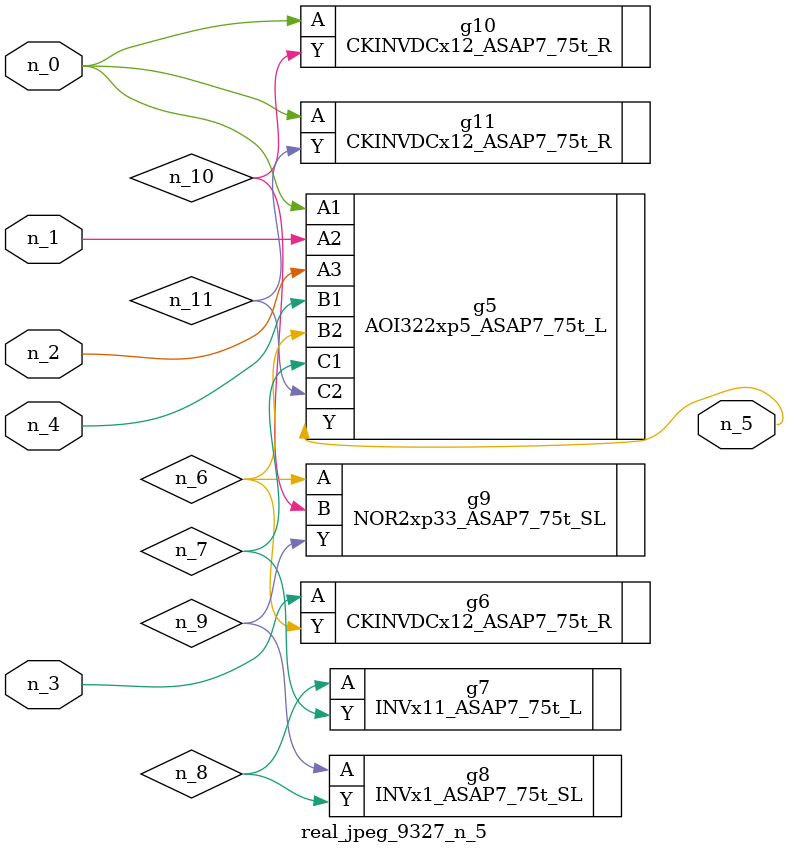
<source format=v>
module real_jpeg_9327_n_5 (n_4, n_0, n_1, n_2, n_3, n_5);

input n_4;
input n_0;
input n_1;
input n_2;
input n_3;

output n_5;

wire n_8;
wire n_11;
wire n_6;
wire n_7;
wire n_10;
wire n_9;

AOI322xp5_ASAP7_75t_L g5 ( 
.A1(n_0),
.A2(n_1),
.A3(n_2),
.B1(n_4),
.B2(n_6),
.C1(n_7),
.C2(n_11),
.Y(n_5)
);

CKINVDCx12_ASAP7_75t_R g10 ( 
.A(n_0),
.Y(n_10)
);

CKINVDCx12_ASAP7_75t_R g11 ( 
.A(n_0),
.Y(n_11)
);

CKINVDCx12_ASAP7_75t_R g6 ( 
.A(n_3),
.Y(n_6)
);

NOR2xp33_ASAP7_75t_SL g9 ( 
.A(n_6),
.B(n_10),
.Y(n_9)
);

INVx11_ASAP7_75t_L g7 ( 
.A(n_8),
.Y(n_7)
);

INVx1_ASAP7_75t_SL g8 ( 
.A(n_9),
.Y(n_8)
);


endmodule
</source>
